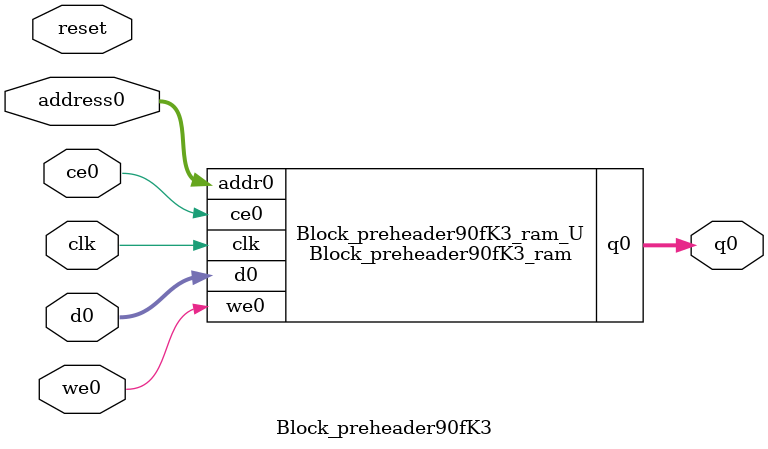
<source format=v>
`timescale 1 ns / 1 ps
module Block_preheader90fK3_ram (addr0, ce0, d0, we0, q0,  clk);

parameter DWIDTH = 4;
parameter AWIDTH = 9;
parameter MEM_SIZE = 264;

input[AWIDTH-1:0] addr0;
input ce0;
input[DWIDTH-1:0] d0;
input we0;
output reg[DWIDTH-1:0] q0;
input clk;

(* ram_style = "block" *)reg [DWIDTH-1:0] ram[0:MEM_SIZE-1];




always @(posedge clk)  
begin 
    if (ce0) begin
        if (we0) 
            ram[addr0] <= d0; 
        q0 <= ram[addr0];
    end
end


endmodule

`timescale 1 ns / 1 ps
module Block_preheader90fK3(
    reset,
    clk,
    address0,
    ce0,
    we0,
    d0,
    q0);

parameter DataWidth = 32'd4;
parameter AddressRange = 32'd264;
parameter AddressWidth = 32'd9;
input reset;
input clk;
input[AddressWidth - 1:0] address0;
input ce0;
input we0;
input[DataWidth - 1:0] d0;
output[DataWidth - 1:0] q0;



Block_preheader90fK3_ram Block_preheader90fK3_ram_U(
    .clk( clk ),
    .addr0( address0 ),
    .ce0( ce0 ),
    .we0( we0 ),
    .d0( d0 ),
    .q0( q0 ));

endmodule


</source>
